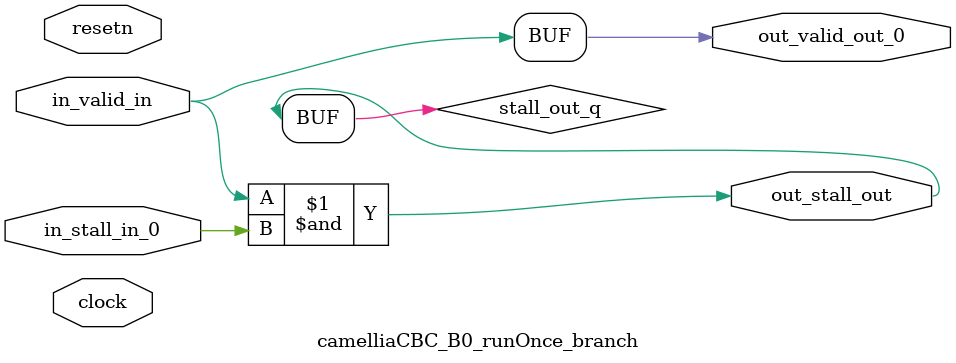
<source format=sv>



(* altera_attribute = "-name AUTO_SHIFT_REGISTER_RECOGNITION OFF; -name MESSAGE_DISABLE 10036; -name MESSAGE_DISABLE 10037; -name MESSAGE_DISABLE 14130; -name MESSAGE_DISABLE 14320; -name MESSAGE_DISABLE 15400; -name MESSAGE_DISABLE 14130; -name MESSAGE_DISABLE 10036; -name MESSAGE_DISABLE 12020; -name MESSAGE_DISABLE 12030; -name MESSAGE_DISABLE 12010; -name MESSAGE_DISABLE 12110; -name MESSAGE_DISABLE 14320; -name MESSAGE_DISABLE 13410; -name MESSAGE_DISABLE 113007; -name MESSAGE_DISABLE 10958" *)
module camelliaCBC_B0_runOnce_branch (
    input wire [0:0] in_stall_in_0,
    input wire [0:0] in_valid_in,
    output wire [0:0] out_stall_out,
    output wire [0:0] out_valid_out_0,
    input wire clock,
    input wire resetn
    );

    wire [0:0] stall_out_q;


    // stall_out(LOGICAL,6)
    assign stall_out_q = in_valid_in & in_stall_in_0;

    // out_stall_out(GPOUT,4)
    assign out_stall_out = stall_out_q;

    // out_valid_out_0(GPOUT,5)
    assign out_valid_out_0 = in_valid_in;

endmodule

</source>
